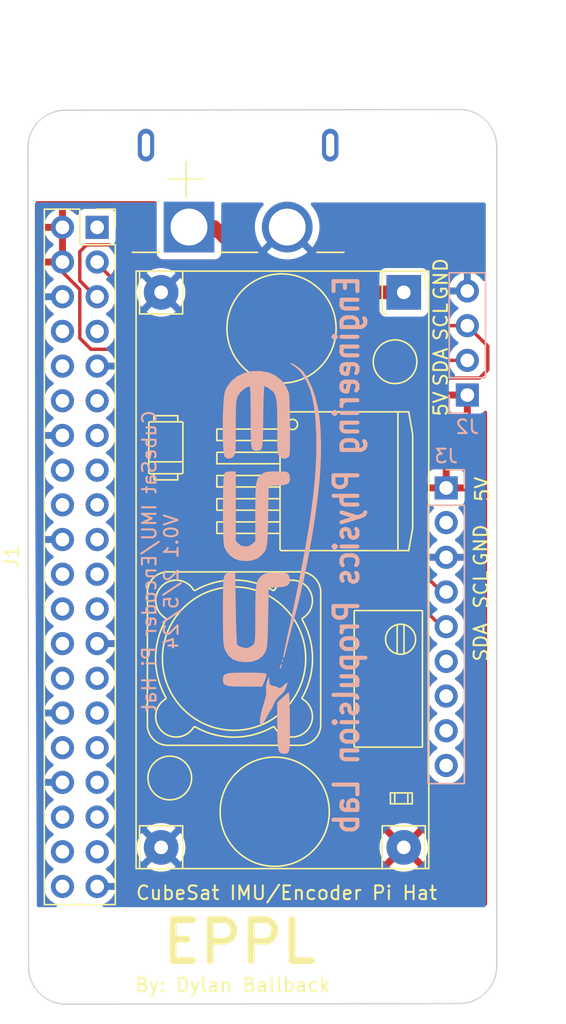
<source format=kicad_pcb>
(kicad_pcb (version 20211014) (generator pcbnew)
  (layers (0 "F.Cu" signal) (31 "B.Cu" signal) (34 "B.Paste" user) (35 "F.Paste" user) (36 "B.SilkS" user "B.Silkscreen") (37 "F.SilkS" user "F.Silkscreen") (38 "B.Mask" user) (39 "F.Mask" user) (44 "Edge.Cuts" user))
  (net 0 "")
  (net 2 "/SDA")
  (net 3 "/SCL")
  (net 4 "GND")
  (net 32 "+BATT")
  (net 33 "+5V")
  (footprint "dylan:AMASS_XT60PW-M" (layer "F.Cu") (at 100.75 64.6)
    (fp_text reference "J4" hide)
    (fp_text value "XT60PW-M" hide)
    (fp_line (start -7.75 7.85) (end -5.778 7.85) (layer "F.SilkS") (width 0.127))
    (fp_line (start -1.422 7.85) (end 1.422 7.85) (layer "F.SilkS") (width 0.127))
    (fp_line (start -2.54 2.5) (end -3.81 2.5) (layer "F.SilkS") (width 0.127))
    (fp_line (start 7.75 7.85) (end 5.778 7.85) (layer "F.SilkS") (width 0.127))
    (fp_line (start -5.08 2.5) (end -3.81 2.5) (layer "F.SilkS") (width 0.127))
    (fp_line (start -3.81 2.5) (end -3.81 1.23) (layer "F.SilkS") (width 0.127))
    (fp_line (start -3.81 2.5) (end -3.81 3.77) (layer "F.SilkS") (width 0.127))
    (pad "1" thru_hole rect (at -3.6 6) (size 3.716 3.716) (drill 2.7) (layers *.Cu *.Mask) (net 32 "+BATT"))
    (pad "2" thru_hole circle (at 3.6 6) (size 3.716 3.716) (drill 2.7) (layers *.Cu *.Mask) (net 4 "GND"))
    (pad "S1" thru_hole oval (at -6.75 0) (size 1.2 2.4) (drill oval 0.6 1.7) (layers *.Cu *.Mask))
    (pad "S2" thru_hole oval (at 6.75 0) (size 1.2 2.4) (drill oval 0.6 1.7) (layers *.Cu *.Mask))
  )
  (footprint "dylan:DCDC_StepDown_LM2596" (layer "F.Cu") (at 112.89 75.38 -90)
    (fp_text reference "U1" hide)
    (fp_text value "YAAJ_DCDC_StepDown_LM2596")
    (fp_line (start 8.750233 -0.36239) (end 10.400233 -0.653329) (layer "F.SilkS") (width 0.12))
    (fp_line (start 24.348594 0.007294) (end 24.360553 -0.017705) (layer "F.SilkS") (width 0.12))
    (fp_line (start -1.55 19.36) (end 1.58 19.36) (layer "F.SilkS") (width 0.12))
    (fp_line (start 26.439014 -0.017705) (end 24.360553 -0.017705) (layer "F.SilkS") (width 0.12))
    (fp_line (start 17.260233 -0.653329) (end 18.910233 -0.36239) (layer "F.SilkS") (width 0.12))
    (fp_line (start 10.400233 -0.653329) (end 17.260233 -0.653329) (layer "F.SilkS") (width 0.12))
    (fp_line (start 24.336385 -0.0491) (end 24.360553 -0.017705) (layer "F.SilkS") (width 0.12))
    (fp_line (start 8.749233 1.004149) (end 8.749233 1.165687) (layer "F.SilkS") (width 0.12))
    (fp_line (start 37.448681 -0.619704) (end 36.648681 -0.619704) (layer "F.SilkS") (width 0.12))
    (fp_line (start 23.299783 3.582294) (end 23.299783 -1.317705) (layer "F.SilkS") (width 0.12))
    (fp_line (start 39.06 19.36) (end 39.06 16.2) (layer "F.SilkS") (width 0.12))
    (fp_line (start 24.348594 0.007294) (end 24.324147 0.002062) (layer "F.SilkS") (width 0.12))
    (fp_line (start 18.910233 0.42667) (end 8.750233 0.42667) (layer "F.SilkS") (width 0.12))
    (fp_line (start 13.410233 13.69667) (end 14.250233 13.69667) (layer "F.SilkS") (width 0.12))
    (fp_line (start 13.282636 16.794696) (end 13.282636 16.700144) (layer "F.SilkS") (width 0.12))
    (fp_line (start 20.467397 7.585796) (end 20.467397 17.285796) (layer "F.SilkS") (width 0.12))
    (fp_line (start 10.850233 13.69667) (end 10.850233 9.06667) (layer "F.SilkS") (width 0.12))
    (fp_line (start -1.555 -1.835) (end -1.555 19.615) (layer "F.SilkS") (width 0.12))
    (fp_line (start 39.06 -1.58) (end 42.175 -1.58) (layer "F.SilkS") (width 0.12))
    (fp_line (start 13.281636 16.283217) (end 13.281636 18.583217) (layer "F.SilkS") (width 0.12))
    (fp_line (start 42.195 -1.835) (end -1.555 -1.835) (layer "F.SilkS") (width 0.12))
    (fp_line (start 39.06 16.2) (end 42.175 16.2) (layer "F.SilkS") (width 0.12))
    (fp_line (start 37.448681 0.660295) (end 36.648681 0.660295) (layer "F.SilkS") (width 0.12))
    (fp_line (start 31.858978 -1.368705) (end 31.814106 -1.368705) (layer "F.SilkS") (width 0.12))
    (fp_line (start 17.650233 13.69667) (end 17.650233 9.06667) (layer "F.SilkS") (width 0.12))
    (fp_line (start 13.731636 18.308217) (end 13.281636 18.308217) (layer "F.SilkS") (width 0.12))
    (fp_line (start -1.55 -1.58) (end -0.25 -1.58) (layer "F.SilkS") (width 0.12))
    (fp_line (start 11.710233 13.69667) (end 12.550233 13.69667) (layer "F.SilkS") (width 0.12))
    (fp_line (start 11.710233 13.69667) (end 11.710233 9.06667) (layer "F.SilkS") (width 0.12))
    (fp_line (start 8.750233 8.989106) (end 8.750233 -0.36239) (layer "F.SilkS") (width 0.12))
    (fp_line (start 33.299783 -1.317705) (end 33.299783 3.582294) (layer "F.SilkS") (width 0.12))
    (fp_line (start 8.827797 9.06667) (end 18.83267 9.06667) (layer "F.SilkS") (width 0.12))
    (fp_line (start 15.110233 13.69667) (end 15.110233 9.06667) (layer "F.SilkS") (width 0.12))
    (fp_line (start 13.731636 16.558217) (end 13.731636 18.308217) (layer "F.SilkS") (width 0.12))
    (fp_line (start 31.667397 6.085796) (end 21.967397 6.085796) (layer "F.SilkS") (width 0.12))
    (fp_line (start 8.750233 8.989106) (end 8.827797 9.06667) (layer "F.SilkS") (width 0.12))
    (fp_line (start 16.810233 13.69667) (end 17.650233 13.69667) (layer "F.SilkS") (width 0.12))
    (fp_line (start 10.010233 13.69667) (end 10.850233 13.69667) (layer "F.SilkS") (width 0.12))
    (fp_line (start 15.950233 13.69667) (end 15.950233 9.06667) (layer "F.SilkS") (width 0.12))
    (fp_line (start 37.448681 -0.619704) (end 37.448681 0.980295) (layer "F.SilkS") (width 0.12))
    (fp_line (start 36.648681 0.980295) (end 36.648681 -0.619704) (layer "F.SilkS") (width 0.12))
    (fp_line (start -1.55 1.575) (end 1.58 1.58) (layer "F.SilkS") (width 0.12))
    (fp_line (start 1.58 16.2) (end 1.58 19.36) (layer "F.SilkS") (width 0.12))
    (fp_line (start 13.410233 13.69667) (end 13.410233 9.06667) (layer "F.SilkS") (width 0.12))
    (fp_line (start 39.06 1.58) (end 39.06 -1.58) (layer "F.SilkS") (width 0.12))
    (fp_line (start 1.58 1.27) (end 1.58 1.58) (layer "F.SilkS") (width 0.12))
    (fp_line (start 24.360553 0.482294) (end 26.439014 0.482294) (layer "F.SilkS") (width 0.12))
    (fp_line (start 23.349783 -1.367705) (end 33.249783 -1.367705) (layer "F.SilkS") (width 0.12))
    (fp_line (start 9.581636 16.183217) (end 13.181636 16.183217) (layer "F.SilkS") (width 0.12))
    (fp_line (start -1.55 16.2) (end 1.58 16.2) (layer "F.SilkS") (width 0.12))
    (fp_line (start 13.281636 16.558217) (end 13.731636 16.558217) (layer "F.SilkS") (width 0.12))
    (fp_line (start 12.550233 13.69667) (end 12.550233 9.06667) (layer "F.SilkS") (width 0.12))
    (fp_line (start 9.031636 16.558217) (end 9.481636 16.558217) (layer "F.SilkS") (width 0.12))
    (fp_line (start 39.06 19.36) (end 42.175 19.36) (layer "F.SilkS") (width 0.12))
    (fp_line (start 33.167397 17.285796) (end 33.167397 7.585796) (layer "F.SilkS") (width 0.12))
    (fp_line (start 31.942312 -1.368705) (end 31.908357 -1.368705) (layer "F.SilkS") (width 0.12))
    (fp_line (start 33.249783 3.632294) (end 23.349783 3.632294) (layer "F.SilkS") (width 0.12))
    (fp_line (start 9.031636 18.308217) (end 9.031636 16.558217) (layer "F.SilkS") (width 0.12))
    (fp_line (start -1.555 19.615) (end 42.195 19.615) (layer "F.SilkS") (width 0.12))
    (fp_line (start 39.06 1.58) (end 42.22 1.58) (layer "F.SilkS") (width 0.12))
    (fp_line (start 21.967397 18.785796) (end 31.667397 18.785796) (layer "F.SilkS") (width 0.12))
    (fp_line (start 13.181636 18.683217) (end 9.581636 18.683217) (layer "F.SilkS") (width 0.12))
    (fp_line (start 15.110233 13.69667) (end 15.950233 13.69667) (layer "F.SilkS") (width 0.12))
    (fp_line (start 24.348594 0.007294) (end 24.355764 -0.023925) (layer "F.SilkS") (width 0.12))
    (fp_line (start 18.910233 8.989106) (end 18.910233 -0.36239) (layer "F.SilkS") (width 0.12))
    (fp_line (start 12.411358 16.283217) (end 12.411358 18.583217) (layer "F.SilkS") (width 0.12))
    (fp_line (start 42.195 19.615) (end 42.195 -1.835) (layer "F.SilkS") (width 0.12))
    (fp_line (start 9.481636 18.308217) (end 9.031636 18.308217) (layer "F.SilkS") (width 0.12))
    (fp_line (start 9.481636 18.583217) (end 9.481636 16.283217) (layer "F.SilkS") (width 0.12))
    (fp_line (start 16.810233 13.69667) (end 16.810233 9.06667) (layer "F.SilkS") (width 0.12))
    (fp_line (start 10.010233 13.69667) (end 10.010233 9.06667) (layer "F.SilkS") (width 0.12))
    (fp_line (start 14.250233 13.69667) (end 14.250233 9.06667) (layer "F.SilkS") (width 0.12))
    (fp_line (start 36.648681 -0.299704) (end 37.448681 -0.299704) (layer "F.SilkS") (width 0.12))
    (fp_line (start 18.83267 9.06667) (end 18.910233 8.989106) (layer "F.SilkS") (width 0.12))
    (fp_line (start 37.448681 0.980295) (end 36.648681 0.980295) (layer "F.SilkS") (width 0.12))
    (fp_arc (start 33.167397 17.285796) (mid 32.728057 18.346456) (end 31.667397 18.785796) (layer "F.SilkS") (width 0.12))
    (fp_arc (start 31.853663 15.405583) (mid 31.809649 15.345348) (end 31.819576 15.27141) (layer "F.SilkS") (width 0.12))
    (fp_arc (start 23.981783 7.433617) (mid 23.907845 7.443544) (end 23.847611 7.399531) (layer "F.SilkS") (width 0.12))
    (fp_arc (start 33.249783 -1.367705) (mid 33.285138 -1.35306) (end 33.299783 -1.317705) (layer "F.SilkS") (width 0.12))
    (fp_arc (start 21.815218 15.27141) (mid 21.067397 12.435796) (end 21.815218 9.600183) (layer "F.SilkS") (width 0.12))
    (fp_arc (start 31.667397 6.085796) (mid 32.728057 6.525136) (end 33.167397 7.585796) (layer "F.SilkS") (width 0.12))
    (fp_arc (start 21.967397 18.785796) (mid 20.906737 18.346456) (end 20.467397 17.285796) (layer "F.SilkS") (width 0.12))
    (fp_arc (start 29.787183 7.399531) (mid 29.726949 7.443544) (end 29.653011 7.433617) (layer "F.SilkS") (width 0.12))
    (fp_arc (start 23.981784 7.433617) (mid 26.817397 6.685796) (end 29.653011 7.433617) (layer "F.SilkS") (width 0.12))
    (fp_arc (start 9.581636 18.683217) (mid 9.510925 18.653928) (end 9.481636 18.583217) (layer "F.SilkS") (width 0.12))
    (fp_arc (start 23.847611 17.472062) (mid 21.514095 17.739097) (end 21.781132 15.405582) (layer "F.SilkS") (width 0.12))
    (fp_arc (start 23.349783 3.632294) (mid 23.314428 3.617649) (end 23.299783 3.582294) (layer "F.SilkS") (width 0.12))
    (fp_arc (start 9.481636 16.283217) (mid 9.510925 16.212506) (end 9.581636 16.183217) (layer "F.SilkS") (width 0.12))
    (fp_arc (start 20.467397 7.585796) (mid 20.906737 6.525136) (end 21.967397 6.085796) (layer "F.SilkS") (width 0.12))
    (fp_arc (start 31.853662 15.405582) (mid 32.120698 17.739097) (end 29.787183 17.472062) (layer "F.SilkS") (width 0.12))
    (fp_arc (start 33.299783 3.582294) (mid 33.285138 3.617649) (end 33.249783 3.632294) (layer "F.SilkS") (width 0.12))
    (fp_arc (start 31.819576 9.600183) (mid 32.567397 12.435796) (end 31.819576 15.27141) (layer "F.SilkS") (width 0.12))
    (fp_arc (start 13.181636 16.183217) (mid 13.252347 16.212506) (end 13.281636 16.283217) (layer "F.SilkS") (width 0.12))
    (fp_arc (start 24.324148 0.462527) (mid 26.469605 -0.023594) (end 24.336385 0.51369) (layer "F.SilkS") (width 0.12))
    (fp_arc (start 23.847611 17.472062) (mid 23.907845 17.428049) (end 23.981783 17.437976) (layer "F.SilkS") (width 0.12))
    (fp_arc (start 21.781131 9.46601) (mid 21.825145 9.526245) (end 21.815218 9.600183) (layer "F.SilkS") (width 0.12))
    (fp_arc (start 29.653011 17.437976) (mid 26.817397 18.185797) (end 23.981783 17.437976) (layer "F.SilkS") (width 0.12))
    (fp_arc (start 23.299783 -1.317705) (mid 23.314428 -1.35306) (end 23.349783 -1.367705) (layer "F.SilkS") (width 0.12))
    (fp_arc (start 21.781132 9.466011) (mid 21.514096 7.132496) (end 23.847611 7.399531) (layer "F.SilkS") (width 0.12))
    (fp_arc (start 29.653011 17.437976) (mid 29.726949 17.428049) (end 29.787183 17.472062) (layer "F.SilkS") (width 0.12))
    (fp_arc (start 31.819577 9.600184) (mid 31.809649 9.526246) (end 31.853662 9.466011) (layer "F.SilkS") (width 0.12))
    (fp_arc (start 21.815217 15.271409) (mid 21.825145 15.345347) (end 21.781132 15.405582) (layer "F.SilkS") (width 0.12))
    (fp_arc (start 29.787183 7.399531) (mid 32.120699 7.132496) (end 31.853662 9.466011) (layer "F.SilkS") (width 0.12))
    (fp_arc (start 13.281636 18.583217) (mid 13.252347 18.653928) (end 13.181636 18.683217) (layer "F.SilkS") (width 0.12))
    (fp_circle (center 9.673179 8.154594) (end 10.048179 8.154594) (layer "F.SilkS") (width 0.12) (fill none))
    (fp_circle (center 26.817397 12.435796) (end 32.067397 12.435796) (layer "F.SilkS") (width 0.12) (fill none))
    (fp_circle (center 5.08 0.635) (end 6.678999 0.635) (layer "F.SilkS") (width 0.12) (fill none))
    (fp_circle (center 2.646666 8.957418) (end 6.646666 8.957418) (layer "F.SilkS") (width 0.12) (fill none))
    (fp_circle (center 38.029307 9.455206) (end 42.029307 9.455206) (layer "F.SilkS") (width 0.12) (fill none))
    (fp_circle (center 35.56 17.145) (end 37.159 17.145) (layer "F.SilkS") (width 0.12) (fill none))
    (pad "1" thru_hole rect locked (at 0 0 270) (size 2.54 2.54) (drill 1) (layers *.Cu *.Mask) (net 32 "+BATT"))
    (pad "2" thru_hole circle locked (at 0 17.78 270) (size 2.54 2.54) (drill 1) (layers *.Cu *.Mask) (net 4 "GND"))
    (pad "3" thru_hole circle locked (at 40.64 17.78 270) (size 2.54 2.54) (drill 1) (layers *.Cu *.Mask) (net 4 "GND"))
    (pad "4" thru_hole circle locked (at 40.64 0 270) (size 2.54 2.54) (drill 1) (layers *.Cu *.Mask) (net 33 "+5V"))
  )
  (footprint "Module:Raspberry_Pi_Zero_Socketed_THT_FaceDown_MountingHoles" (layer "F.Cu") (at 90.42 70.62)
    (fp_text reference "J1" (at -6.27 24.13 90) (layer "F.SilkS"))
    (fp_text value "Raspberry_Pi_2_3")
    (fp_line (start -1.27 1.27) (end 1.33 1.27) (layer "F.SilkS") (width 0.12))
    (fp_line (start -1.27 -1.33) (end -1.27 1.27) (layer "F.SilkS") (width 0.12))
    (fp_line (start 1.33 1.27) (end 1.33 49.59) (layer "F.SilkS") (width 0.12))
    (fp_line (start -3.87 -1.33) (end -3.87 49.59) (layer "F.SilkS") (width 0.12))
    (fp_line (start 0 -1.33) (end 1.33 -1.33) (layer "F.SilkS") (width 0.12))
    (fp_line (start -3.87 -1.33) (end -1.27 -1.33) (layer "F.SilkS") (width 0.12))
    (fp_line (start -3.87 49.59) (end 1.33 49.59) (layer "F.SilkS") (width 0.12))
    (fp_line (start 1.33 -1.33) (end 1.33 0) (layer "F.SilkS") (width 0.12))
    (pad "" np_thru_hole circle (at 21.73 53.13 90) (size 2.75 2.75) (drill 2.75) (layers *.Cu *.Mask))
    (pad "" np_thru_hole circle (at -1.27 53.13 90) (size 2.75 2.75) (drill 2.75) (layers *.Cu *.Mask))
    (pad "" np_thru_hole circle (at 21.73 -4.87 90) (size 2.75 2.75) (drill 2.75) (layers *.Cu *.Mask))
    (pad "" np_thru_hole circle (at -1.27 -4.87 90) (size 2.75 2.75) (drill 2.75) (layers *.Cu *.Mask))
    (pad "1" thru_hole rect (at 0 0) (size 1.7 1.7) (drill 1) (layers *.Cu *.Mask))
    (pad "2" thru_hole oval (at -2.54 0) (size 1.7 1.7) (drill 1) (layers *.Cu *.Mask) (net 33 "+5V"))
    (pad "3" thru_hole oval (at 0 2.54) (size 1.7 1.7) (drill 1) (layers *.Cu *.Mask) (net 2 "/SDA"))
    (pad "4" thru_hole oval (at -2.54 2.54) (size 1.7 1.7) (drill 1) (layers *.Cu *.Mask) (net 33 "+5V"))
    (pad "5" thru_hole oval (at 0 5.08) (size 1.7 1.7) (drill 1) (layers *.Cu *.Mask) (net 3 "/SCL"))
    (pad "6" thru_hole oval (at -2.54 5.08) (size 1.7 1.7) (drill 1) (layers *.Cu *.Mask) (net 4 "GND"))
    (pad "7" thru_hole oval (at 0 7.62) (size 1.7 1.7) (drill 1) (layers *.Cu *.Mask))
    (pad "8" thru_hole oval (at -2.54 7.62) (size 1.7 1.7) (drill 1) (layers *.Cu *.Mask))
    (pad "9" thru_hole oval (at 0 10.16) (size 1.7 1.7) (drill 1) (layers *.Cu *.Mask) (net 4 "GND"))
    (pad "10" thru_hole oval (at -2.54 10.16) (size 1.7 1.7) (drill 1) (layers *.Cu *.Mask))
    (pad "11" thru_hole oval (at 0 12.7) (size 1.7 1.7) (drill 1) (layers *.Cu *.Mask))
    (pad "12" thru_hole oval (at -2.54 12.7) (size 1.7 1.7) (drill 1) (layers *.Cu *.Mask))
    (pad "13" thru_hole oval (at 0 15.24) (size 1.7 1.7) (drill 1) (layers *.Cu *.Mask))
    (pad "14" thru_hole oval (at -2.54 15.24) (size 1.7 1.7) (drill 1) (layers *.Cu *.Mask) (net 4 "GND"))
    (pad "15" thru_hole oval (at 0 17.78) (size 1.7 1.7) (drill 1) (layers *.Cu *.Mask))
    (pad "16" thru_hole oval (at -2.54 17.78) (size 1.7 1.7) (drill 1) (layers *.Cu *.Mask))
    (pad "17" thru_hole oval (at 0 20.32) (size 1.7 1.7) (drill 1) (layers *.Cu *.Mask))
    (pad "18" thru_hole oval (at -2.54 20.32) (size 1.7 1.7) (drill 1) (layers *.Cu *.Mask))
    (pad "19" thru_hole oval (at 0 22.86) (size 1.7 1.7) (drill 1) (layers *.Cu *.Mask))
    (pad "20" thru_hole oval (at -2.54 22.86) (size 1.7 1.7) (drill 1) (layers *.Cu *.Mask) (net 4 "GND"))
    (pad "21" thru_hole oval (at 0 25.4) (size 1.7 1.7) (drill 1) (layers *.Cu *.Mask))
    (pad "22" thru_hole oval (at -2.54 25.4) (size 1.7 1.7) (drill 1) (layers *.Cu *.Mask))
    (pad "23" thru_hole oval (at 0 27.94) (size 1.7 1.7) (drill 1) (layers *.Cu *.Mask))
    (pad "24" thru_hole oval (at -2.54 27.94) (size 1.7 1.7) (drill 1) (layers *.Cu *.Mask))
    (pad "25" thru_hole oval (at 0 30.48) (size 1.7 1.7) (drill 1) (layers *.Cu *.Mask) (net 4 "GND"))
    (pad "26" thru_hole oval (at -2.54 30.48) (size 1.7 1.7) (drill 1) (layers *.Cu *.Mask))
    (pad "27" thru_hole oval (at 0 33.02) (size 1.7 1.7) (drill 1) (layers *.Cu *.Mask))
    (pad "28" thru_hole oval (at -2.54 33.02) (size 1.7 1.7) (drill 1) (layers *.Cu *.Mask))
    (pad "29" thru_hole oval (at 0 35.56) (size 1.7 1.7) (drill 1) (layers *.Cu *.Mask))
    (pad "30" thru_hole oval (at -2.54 35.56) (size 1.7 1.7) (drill 1) (layers *.Cu *.Mask) (net 4 "GND"))
    (pad "31" thru_hole oval (at 0 38.1) (size 1.7 1.7) (drill 1) (layers *.Cu *.Mask))
    (pad "32" thru_hole oval (at -2.54 38.1) (size 1.7 1.7) (drill 1) (layers *.Cu *.Mask))
    (pad "33" thru_hole oval (at 0 40.64) (size 1.7 1.7) (drill 1) (layers *.Cu *.Mask))
    (pad "34" thru_hole oval (at -2.54 40.64) (size 1.7 1.7) (drill 1) (layers *.Cu *.Mask) (net 4 "GND"))
    (pad "35" thru_hole oval (at 0 43.18) (size 1.7 1.7) (drill 1) (layers *.Cu *.Mask))
    (pad "36" thru_hole oval (at -2.54 43.18) (size 1.7 1.7) (drill 1) (layers *.Cu *.Mask))
    (pad "37" thru_hole oval (at 0 45.72) (size 1.7 1.7) (drill 1) (layers *.Cu *.Mask))
    (pad "38" thru_hole oval (at -2.54 45.72) (size 1.7 1.7) (drill 1) (layers *.Cu *.Mask))
    (pad "39" thru_hole oval (at 0 48.26) (size 1.7 1.7) (drill 1) (layers *.Cu *.Mask) (net 4 "GND"))
    (pad "40" thru_hole oval (at -2.54 48.26) (size 1.7 1.7) (drill 1) (layers *.Cu *.Mask))
  )
  (footprint "Connector_PinHeader_2.54mm:PinHeader_1x04_P2.54mm_Vertical" (layer "B.Cu") (at 117.55 82.9)
    (fp_text reference "J2" (at 0 2.33) (layer "B.SilkS") (effects (justify mirror)))
    (fp_text value "Encoder Connector")
    (fp_line (start -1.33 -1.27) (end -1.33 -8.95) (layer "B.SilkS") (width 0.12))
    (fp_line (start -1.33 -1.27) (end 1.33 -1.27) (layer "B.SilkS") (width 0.12))
    (fp_line (start -1.33 1.33) (end 0 1.33) (layer "B.SilkS") (width 0.12))
    (fp_line (start -1.33 0) (end -1.33 1.33) (layer "B.SilkS") (width 0.12))
    (fp_line (start 1.33 -1.27) (end 1.33 -8.95) (layer "B.SilkS") (width 0.12))
    (fp_line (start -1.33 -8.95) (end 1.33 -8.95) (layer "B.SilkS") (width 0.12))
    (pad "1" thru_hole rect (at 0 0) (size 1.7 1.7) (drill 1) (layers *.Cu *.Mask) (net 33 "+5V"))
    (pad "2" thru_hole oval (at 0 -2.54) (size 1.7 1.7) (drill 1) (layers *.Cu *.Mask) (net 2 "/SDA"))
    (pad "3" thru_hole oval (at 0 -5.08) (size 1.7 1.7) (drill 1) (layers *.Cu *.Mask) (net 3 "/SCL"))
    (pad "4" thru_hole oval (at 0 -7.62) (size 1.7 1.7) (drill 1) (layers *.Cu *.Mask) (net 4 "GND"))
  )
  (footprint "Connector_PinHeader_2.54mm:PinHeader_1x09_P2.54mm_Vertical" (layer "B.Cu") (at 116 89.7 180)
    (fp_text reference "J3" (at 0 2.33) (layer "B.SilkS") (effects (justify mirror)))
    (fp_text value "LSM9DS1")
    (fp_line (start -1.33 -21.65) (end 1.33 -21.65) (layer "B.SilkS") (width 0.12))
    (fp_line (start -1.33 -1.27) (end 1.33 -1.27) (layer "B.SilkS") (width 0.12))
    (fp_line (start 1.33 -1.27) (end 1.33 -21.65) (layer "B.SilkS") (width 0.12))
    (fp_line (start -1.33 0) (end -1.33 1.33) (layer "B.SilkS") (width 0.12))
    (fp_line (start -1.33 -1.27) (end -1.33 -21.65) (layer "B.SilkS") (width 0.12))
    (fp_line (start -1.33 1.33) (end 0 1.33) (layer "B.SilkS") (width 0.12))
    (pad "1" thru_hole rect (at 0 0 180) (size 1.7 1.7) (drill 1) (layers *.Cu *.Mask) (net 33 "+5V"))
    (pad "2" thru_hole oval (at 0 -2.54 180) (size 1.7 1.7) (drill 1) (layers *.Cu *.Mask))
    (pad "3" thru_hole oval (at 0 -5.08 180) (size 1.7 1.7) (drill 1) (layers *.Cu *.Mask) (net 4 "GND"))
    (pad "4" thru_hole oval (at 0 -7.62 180) (size 1.7 1.7) (drill 1) (layers *.Cu *.Mask) (net 3 "/SCL"))
    (pad "5" thru_hole oval (at 0 -10.16 180) (size 1.7 1.7) (drill 1) (layers *.Cu *.Mask) (net 2 "/SDA"))
    (pad "6" thru_hole oval (at 0 -12.7 180) (size 1.7 1.7) (drill 1) (layers *.Cu *.Mask))
    (pad "7" thru_hole oval (at 0 -15.24 180) (size 1.7 1.7) (drill 1) (layers *.Cu *.Mask))
    (pad "8" thru_hole oval (at 0 -17.78 180) (size 1.7 1.7) (drill 1) (layers *.Cu *.Mask))
    (pad "9" thru_hole oval (at 0 -20.32 180) (size 1.7 1.7) (drill 1) (layers *.Cu *.Mask))
  )
  (footprint "dylan:eppl_logo2" (layer "B.Cu") (at 103.2 95.1 -90)
    (fp_text reference "G***" hide)
    (fp_text value "LOGO" hide)
    (fp_poly (pts (xy 8.814921 3.543634) (xy 8.946347 3.49164) (xy 9.037504 3.377676) (xy 9.095613 3.179399) (xy 9.1279 2.874466) (xy 9.141588 2.440535) (xy 9.144 1.984756) (xy 9.144 0.679606) (xy 8.861459 0.561553) (xy 8.547625 0.436573) (xy 8.352989 0.380045) (xy 8.243939 0.387455) (xy 8.186866 0.454287) (xy 8.18036 0.470069) (xy 8.16241 0.598556) (xy 8.147112 0.863907) (xy 8.135617 1.233658) (xy 8.129073 1.675347) (xy 8.128 1.948211) (xy 8.131745 2.508655) (xy 8.14764 2.921969) (xy 8.182675 3.210278) (xy 8.243841 3.395704) (xy 8.338129 3.500374) (xy 8.472528 3.546411) (xy 8.636 3.556) (xy 8.814921 3.543634)) (layer "B.SilkS") (width 0.01) (fill solid))
    (fp_poly (pts (xy 12.639017 -0.426495) (xy 13.135306 -0.439095) (xy 13.501171 -0.465803) (xy 13.756031 -0.511291) (xy 13.919307 -0.580229) (xy 14.01042 -0.677288) (xy 14.04879 -0.807138) (xy 14.054667 -0.9192) (xy 14.048947 -1.053853) (xy 14.018757 -1.157373) (xy 13.944551 -1.233671) (xy 13.806784 -1.286659) (xy 13.585908 -1.32025) (xy 13.26238 -1.338355) (xy 12.816652 -1.344886) (xy 12.22918 -1.343754) (xy 11.942234 -1.34198) (xy 11.376758 -1.336759) (xy 10.856643 -1.329204) (xy 10.409796 -1.319941) (xy 10.064124 -1.309593) (xy 9.847537 -1.298786) (xy 9.800167 -1.294023) (xy 9.631539 -1.26213) (xy 9.567334 -1.238418) (xy 9.620256 -1.171142) (xy 9.7585 -1.015353) (xy 9.937387 -0.820708) (xy 10.30744 -0.423333) (xy 11.992881 -0.423333) (xy 12.639017 -0.426495)) (layer "B.SilkS") (width 0.01) (fill solid))
    (fp_poly (pts (xy -3.43942 3.555109) (xy -2.858108 3.550614) (xy -2.317315 3.541829) (xy -1.843268 3.528731) (xy -1.462193 3.511296) (xy -1.200314 3.489502) (xy -1.106481 3.473001) (xy -0.778815 3.312441) (xy -0.464314 3.047574) (xy -0.228987 2.734974) (xy -0.215423 2.709334) (xy -0.081547 2.308792) (xy -0.043418 1.86076) (xy -0.096638 1.419642) (xy -0.236811 1.039843) (xy -0.364928 0.85959) (xy -0.518213 0.697086) (xy -0.654618 0.569199) (xy -0.796283 0.471363) (xy -0.965352 0.399013) (xy -1.183965 0.347583) (xy -1.474265 0.312508) (xy -1.858393 0.289223) (xy -2.358492 0.273162) (xy -2.996702 0.25976) (xy -3.302 0.254) (xy -5.545666 0.211667) (xy -5.588 -0.490145) (xy -5.622362 -0.883944) (xy -5.679781 -1.137645) (xy -5.777454 -1.280381) (xy -5.932576 -1.341286) (xy -6.096 -1.350795) (xy -6.324047 -1.315331) (xy -6.455833 -1.263218) (xy -6.526456 -1.196942) (xy -6.570872 -1.075316) (xy -6.59467 -0.864585) (xy -6.603443 -0.530994) (xy -6.604 -0.368696) (xy -6.598614 0.028993) (xy -6.577508 0.300944) (xy -6.533261 0.490552) (xy -6.458452 0.641208) (xy -6.42208 0.69501) (xy -6.310223 0.837188) (xy -6.186598 0.949018) (xy -6.030422 1.034108) (xy -5.820913 1.096065) (xy -5.537286 1.138496) (xy -5.15876 1.16501) (xy -4.664551 1.179212) (xy -4.033877 1.184711) (xy -3.597204 1.185334) (xy -1.516303 1.185334) (xy -1.308485 1.393152) (xy -1.134914 1.667802) (xy -1.100666 1.905001) (xy -1.169759 2.228021) (xy -1.308485 2.416849) (xy -1.516303 2.624667) (xy -6.604 2.624667) (xy -6.604 3.002688) (xy -6.582569 3.269728) (xy -6.506905 3.42007) (xy -6.440233 3.468355) (xy -6.309592 3.493254) (xy -6.035893 3.514023) (xy -5.645362 3.530639) (xy -5.164224 3.543078) (xy -4.618703 3.551318) (xy -4.035027 3.555336) (xy -3.43942 3.555109)) (layer "B.SilkS") (width 0.01) (fill solid))
    (fp_poly (pts (xy 4.341266 3.555302) (xy 4.914344 3.552367) (xy 5.360348 3.545941) (xy 5.700406 3.534765) (xy 5.955648 3.517585) (xy 6.147202 3.493142) (xy 6.296196 3.460182) (xy 6.423759 3.417446) (xy 6.503638 3.384502) (xy 6.887783 3.152647) (xy 7.149571 2.832037) (xy 7.301767 2.402019) (xy 7.350569 2.014536) (xy 7.325106 1.446259) (xy 7.17313 0.989706) (xy 6.893883 0.643199) (xy 6.658577 0.484002) (xy 6.542425 0.426613) (xy 6.41923 0.381568) (xy 6.266549 0.346846) (xy 6.061935 0.320423) (xy 5.782946 0.300278) (xy 5.407136 0.284387) (xy 4.912061 0.270728) (xy 4.275278 0.257279) (xy 4.106334 0.254) (xy 1.905 0.211667) (xy 1.87974 -0.421189) (xy 1.840568 -0.850387) (xy 1.755785 -1.134766) (xy 1.613592 -1.29543) (xy 1.402184 -1.353483) (xy 1.357727 -1.354666) (xy 1.119599 -1.309044) (xy 0.968682 -1.23433) (xy 0.888779 -1.153746) (xy 0.839491 -1.029827) (xy 0.813839 -0.825072) (xy 0.804841 -0.501976) (xy 0.804334 -0.351446) (xy 0.810735 0.037867) (xy 0.835116 0.302497) (xy 0.88524 0.486785) (xy 0.968871 0.635073) (xy 0.979685 0.650051) (xy 1.102883 0.805403) (xy 1.232257 0.927477) (xy 1.389052 1.02026) (xy 1.59451 1.087739) (xy 1.869874 1.1339) (xy 2.236386 1.16273) (xy 2.715289 1.178216) (xy 3.327827 1.184345) (xy 3.831167 1.185202) (xy 4.482924 1.185952) (xy 4.986604 1.189158) (xy 5.363461 1.196391) (xy 5.634747 1.209222) (xy 5.821717 1.229224) (xy 5.945624 1.257968) (xy 6.027722 1.297025) (xy 6.089264 1.347967) (xy 6.093847 1.352514) (xy 6.24327 1.561504) (xy 6.315104 1.735157) (xy 6.318644 1.9698) (xy 6.249671 2.235777) (xy 6.133675 2.453409) (xy 6.063809 2.52065) (xy 5.958259 2.537383) (xy 5.704926 2.555171) (xy 5.32535 2.573178) (xy 4.841069 2.590566) (xy 4.273623 2.6065) (xy 3.644553 2.620141) (xy 3.386667 2.624667) (xy 0.804334 2.667) (xy 0.815308 2.99935) (xy 0.823077 3.151071) (xy 0.846722 3.272366) (xy 0.903396 3.366642) (xy 1.010255 3.437302) (xy 1.184453 3.487752) (xy 1.443144 3.521395) (xy 1.803482 3.541637) (xy 2.282622 3.551882) (xy 2.897718 3.555535) (xy 3.619987 3.556) (xy 4.341266 3.555302)) (layer "B.SilkS") (width 0.01) (fill solid))
    (fp_poly (pts (xy 7.00688 -0.882657) (xy 7.024561 -0.931472) (xy 7.020278 -0.931998) (xy 6.9173 -0.952959) (xy 6.67967 -1.009907) (xy 6.336407 -1.095407) (xy 5.916529 -1.202023) (xy 5.449057 -1.322321) (xy 4.96301 -1.448866) (xy 4.487406 -1.574223) (xy 4.051265 -1.690958) (xy 3.937 -1.721949) (xy 2.632226 -2.055579) (xy 1.233126 -2.374327) (xy -0.221333 -2.671288) (xy -1.692184 -2.939561) (xy -3.140461 -3.172241) (xy -4.527196 -3.362426) (xy -5.813423 -3.503212) (xy -6.392333 -3.551861) (xy -7.542986 -3.612444) (xy -8.670677 -3.624158) (xy -9.721699 -3.587137) (xy -10.287 -3.542202) (xy -11.147396 -3.419029) (xy -11.963341 -3.229516) (xy -12.706036 -2.98364) (xy -13.346678 -2.691377) (xy -13.856467 -2.362702) (xy -13.971217 -2.266065) (xy -14.131378 -2.09484) (xy -14.297104 -1.87696) (xy -14.439551 -1.656866) (xy -14.529876 -1.479001) (xy -14.540487 -1.388931) (xy -14.476836 -1.427398) (xy -14.367408 -1.573681) (xy -14.324696 -1.642845) (xy -14.149157 -1.871383) (xy -13.90445 -2.111449) (xy -13.785034 -2.207346) (xy -13.290755 -2.522161) (xy -12.737537 -2.775028) (xy -12.104169 -2.971203) (xy -11.369434 -3.11594) (xy -10.51212 -3.214495) (xy -9.511013 -3.272123) (xy -9.482666 -3.27313) (xy -8.614175 -3.289184) (xy -7.717132 -3.276085) (xy -6.779562 -3.232123) (xy -5.789488 -3.155588) (xy -4.734937 -3.044771) (xy -3.603932 -2.897962) (xy -2.384498 -2.71345) (xy -1.06466 -2.489528) (xy 0.367557 -2.224483) (xy 1.92413 -1.916608) (xy 3.617034 -1.564191) (xy 5.458243 -1.165525) (xy 5.786269 -1.093159) (xy 6.209602 -1.003508) (xy 6.571926 -0.934286) (xy 6.842307 -0.890829) (xy 6.989816 -0.87847) (xy 7.00688 -0.882657)) (layer "B.SilkS") (width 0.01) (fill solid))
    (fp_poly (pts (xy 11.950404 0.80449) (xy 11.933521 0.714279) (xy 11.932519 0.713062) (xy 11.79682 0.601455) (xy 11.567241 0.458124) (xy 11.392985 0.364744) (xy 11.131334 0.226219) (xy 10.919589 0.100994) (xy 10.837334 0.043094) (xy 10.675536 -0.054809) (xy 10.440104 -0.1586) (xy 10.393541 -0.175673) (xy 10.136754 -0.317523) (xy 9.881995 -0.537028) (xy 9.813871 -0.614621) (xy 9.624902 -0.826748) (xy 9.435563 -0.967014) (xy 9.181909 -1.075558) (xy 8.974667 -1.141432) (xy 8.859913 -1.169122) (xy 8.842587 -1.140141) (xy 8.93072 -1.030843) (xy 9.058355 -0.895045) (xy 9.229487 -0.697178) (xy 9.282023 -0.577732) (xy 9.240587 -0.515367) (xy 9.154051 -0.386207) (xy 9.115618 -0.201559) (xy 9.071715 0.021621) (xy 8.942228 0.135887) (xy 8.688415 0.174597) (xy 8.678334 0.174944) (xy 8.424334 0.183147) (xy 8.720167 0.311916) (xy 9.134925 0.403383) (xy 9.376345 0.391294) (xy 9.624699 0.38249) (xy 9.919236 0.427315) (xy 10.304514 0.53389) (xy 10.490001 0.594285) (xy 10.903989 0.717572) (xy 11.282244 0.802313) (xy 11.599545 0.846431) (xy 11.830672 0.847849) (xy 11.950404 0.80449)) (layer "B.SilkS") (width 0.01) (fill solid))
    (fp_poly (pts (xy -9.203977 3.566669) (xy -8.69612 3.551667) (xy -8.260449 3.527073) (xy -7.924614 3.492809) (xy -7.716266 3.448797) (xy -7.668381 3.422953) (xy -7.54706 3.200637) (xy -7.585021 2.958073) (xy -7.704666 2.794) (xy -7.767737 2.739855) (xy -7.84929 2.698644) (xy -7.971432 2.668612) (xy -8.156272 2.648002) (xy -8.425914 2.63506) (xy -8.802467 2.628029) (xy -9.308036 2.625154) (xy -9.836935 2.624667) (xy -10.472584 2.623575) (xy -10.963133 2.619115) (xy -11.332809 2.609514) (xy -11.605836 2.592999) (xy -11.806441 2.567794) (xy -11.95885 2.532127) (xy -12.087289 2.484223) (xy -12.149682 2.455326) (xy -12.356861 2.316198) (xy -12.557638 2.11952) (xy -12.721642 1.90553) (xy -12.818501 1.714467) (xy -12.817842 1.586567) (xy -12.81128 1.578836) (xy -12.715158 1.564122) (xy -12.472617 1.5509) (xy -12.106569 1.539725) (xy -11.639924 1.531149) (xy -11.095594 1.525727) (xy -10.543822 1.524) (xy -9.841705 1.523119) (xy -9.290658 1.518361) (xy -8.872418 1.506556) (xy -8.568724 1.484536) (xy -8.361314 1.44913) (xy -8.231925 1.397168) (xy -8.162296 1.32548) (xy -8.134164 1.230897) (xy -8.129268 1.110248) (xy -8.129296 1.1049) (xy -8.13212 0.969685) (xy -8.150909 0.863197) (xy -8.203861 0.781762) (xy -8.30917 0.721705) (xy -8.485032 0.679352) (xy -8.749642 0.651028) (xy -9.121197 0.633058) (xy -9.617891 0.621768) (xy -10.25792 0.613483) (xy -10.58015 0.609947) (xy -11.182891 0.601186) (xy -11.726203 0.589137) (xy -12.188288 0.574619) (xy -12.547346 0.558454) (xy -12.781579 0.541462) (xy -12.869187 0.524463) (xy -12.869333 0.523767) (xy -12.825596 0.421894) (xy -12.715738 0.238652) (xy -12.662837 0.158755) (xy -12.537436 -0.012264) (xy -12.4065 -0.146161) (xy -12.248393 -0.24745) (xy -12.041478 -0.320644) (xy -11.76412 -0.370254) (xy -11.394684 -0.400794) (xy -10.911533 -0.416776) (xy -10.293031 -0.422714) (xy -9.872038 -0.423333) (xy -9.237455 -0.424077) (xy -8.750324 -0.42745) (xy -8.388765 -0.435161) (xy -8.130899 -0.448919) (xy -7.954845 -0.470434) (xy -7.838725 -0.501415) (xy -7.760659 -0.543571) (xy -7.704666 -0.592666) (xy -7.555707 -0.818426) (xy -7.566014 -1.061636) (xy -7.622979 -1.190899) (xy -7.657514 -1.240798) (xy -7.714459 -1.279268) (xy -7.813848 -1.307681) (xy -7.975716 -1.327408) (xy -8.220097 -1.339822) (xy -8.567026 -1.346294) (xy -9.036537 -1.348198) (xy -9.648664 -1.346904) (xy -9.887812 -1.346) (xy -10.492076 -1.341274) (xy -11.052026 -1.332518) (xy -11.541698 -1.320484) (xy -11.935128 -1.305926) (xy -12.206352 -1.289595) (xy -12.319 -1.275497) (xy -12.826503 -1.069119) (xy -13.273587 -0.72796) (xy -13.626802 -0.284414) (xy -13.844907 0.202169) (xy -13.962355 0.838329) (xy -13.944246 1.459177) (xy -13.801198 2.040172) (xy -13.543827 2.556774) (xy -13.182747 2.984442) (xy -12.728574 3.298637) (xy -12.457444 3.409573) (xy -12.218528 3.459557) (xy -11.858238 3.50049) (xy -11.404225 3.532293) (xy -10.884142 3.554889) (xy -10.325638 3.568202) (xy -9.756366 3.572155) (xy -9.203977 3.566669)) (layer "B.SilkS") (width 0.01) (fill solid))
    (fp_poly (pts (xy 7.34307 -0.795513) (xy 7.317819 -0.833995) (xy 7.231945 -0.839982) (xy 7.141602 -0.819305) (xy 7.180792 -0.788829) (xy 7.313116 -0.778736) (xy 7.34307 -0.795513)) (layer "B.SilkS") (width 0.01) (fill solid))
    (fp_poly (pts (xy 7.823579 -0.653284) (xy 7.789334 -0.677333) (xy 7.608592 -0.747533) (xy 7.535334 -0.754752) (xy 7.484703 -0.730578) (xy 7.577667 -0.677333) (xy 7.757171 -0.613841) (xy 7.849787 -0.605824) (xy 7.823579 -0.653284)) (layer "B.SilkS") (width 0.01) (fill solid))
  )
  (gr_line (start 119.705456 64.744544) (end 119.705456 124.705456) (layer "Edge.Cuts") (width 0.1))
  (gr_arc (start 116.955456 61.994544) (mid 118.9 62.8) (end 119.705456 64.744544) (layer "Edge.Cuts") (width 0.1))
  (gr_line (start 88.144544 127.5) (end 116.955456 127.455456) (layer "Edge.Cuts") (width 0.1))
  (gr_arc (start 85.344544 64.794544) (mid 86.15 62.85) (end 88.094544 62.044544) (layer "Edge.Cuts") (width 0.1))
  (gr_line (start 88.094544 62.044544) (end 116.955456 61.994544) (layer "Edge.Cuts") (width 0.1))
  (gr_line (start 85.394544 124.75) (end 85.344544 64.794544) (layer "Edge.Cuts") (width 0.1))
  (gr_arc (start 119.705456 124.705456) (mid 118.9 126.65) (end 116.955456 127.455456) (layer "Edge.Cuts") (width 0.1))
  (gr_arc (start 88.144544 127.5) (mid 86.2 126.694544) (end 85.394544 124.75) (layer "Edge.Cuts") (width 0.1))
  (gr_text "CubeSat IMU/Encoder Pi Hat\n    V0.1 2/5/24" (at 95.05 95.05 90) (layer "B.SilkS") (effects (font (size 1 1)) (justify mirror)))
  (gr_text "Engineering Physics Propulsion Lab" (at 108.7 94.6 90) (layer "B.SilkS") (effects (font (size 1.75 1.5) (thickness 0.3)) (justify mirror)))
  (gr_text "SDA" (at 115.6 80.85 90) (layer "F.SilkS") (effects (font (size 1 1))))
  (gr_text "5V" (at 118.65 89.8 90) (layer "F.SilkS") (effects (font (size 1 1))))
  (gr_text "5V" (at 115.6 83.55 90) (layer "F.SilkS") (effects (font (size 1 1))))
  (gr_text "By: Dylan Ballback" (at 100.35 126.1) (layer "F.SilkS") (effects (font (size 1 1))))
  (gr_text "GND" (at 118.55 93.9 90) (layer "F.SilkS") (effects (font (size 1 1))))
  (gr_text "SDA" (at 118.55 101 90) (layer "F.SilkS") (effects (font (size 1 1))))
  (gr_text "GND" (at 115.6 74.4 90) (layer "F.SilkS") (effects (font (size 1 1))))
  (gr_text "CubeSat IMU/Encoder Pi Hat" (at 104.3 119.35) (layer "F.SilkS") (effects (font (size 1 1))))
  (gr_text "SCL" (at 118.55 97.15 90) (layer "F.SilkS") (effects (font (size 1 1))))
  (gr_text "SCL" (at 115.6 77.55 90) (layer "F.SilkS") (effects (font (size 1 1))))
  (gr_text "EPPL" (at 100.85 122.95) (layer "F.SilkS") (effects (font (size 3 3) (thickness 0.5))))
  (segment (start 92.2 77.3) (end 92.2 75.04) (width 0.25) (layer "F.Cu") (net 2))
  (segment (start 92.2 75.04) (end 90.35 73.19) (width 0.25) (layer "F.Cu") (net 2))
  (segment (start 115.66 99.86) (end 97.81 82.01) (width 0.25) (layer "F.Cu") (net 2))
  (segment (start 97.81 80.36) (end 95.26 80.36) (width 0.25) (layer "F.Cu") (net 2))
  (segment (start 95.26 80.36) (end 92.2 77.3) (width 0.25) (layer "F.Cu") (net 2))
  (segment (start 117.55 80.36) (end 97.81 80.36) (width 0.25) (layer "F.Cu") (net 2))
  (segment (start 116 99.86) (end 115.66 99.86) (width 0.25) (layer "F.Cu") (net 2))
  (segment (start 97.81 82.01) (end 97.81 80.36) (width 0.25) (layer "F.Cu") (net 2))
  (segment (start 89.15 72.4) (end 89.65 71.9) (width 0.25) (layer "F.Cu") (net 3))
  (segment (start 90.35 75.73) (end 89.15 74.53) (width 0.25) (layer "F.Cu") (net 3))
  (segment (start 118.45 81.65) (end 119.05 81.05) (width 0.25) (layer "F.Cu") (net 3))
  (segment (start 119.05 81.05) (end 119.05 79.32) (width 0.25) (layer "F.Cu") (net 3))
  (segment (start 115.67 97.32) (end 113.4 95.05) (width 0.25) (layer "F.Cu") (net 3))
  (segment (start 116 97.32) (end 115.67 97.32) (width 0.25) (layer "F.Cu") (net 3))
  (segment (start 113.4 95.05) (end 113.4 84.2) (width 0.25) (layer "F.Cu") (net 3))
  (segment (start 91.3 71.9) (end 92.85 73.45) (width 0.25) (layer "F.Cu") (net 3))
  (segment (start 92.85 77.05) (end 93.62 77.82) (width 0.25) (layer "F.Cu") (net 3))
  (segment (start 119.05 79.32) (end 117.55 77.82) (width 0.25) (layer "F.Cu") (net 3))
  (segment (start 113.4 84.2) (end 115.95 81.65) (width 0.25) (layer "F.Cu") (net 3))
  (segment (start 89.65 71.9) (end 91.3 71.9) (width 0.25) (layer "F.Cu") (net 3))
  (segment (start 92.85 73.45) (end 92.85 77.05) (width 0.25) (layer "F.Cu") (net 3))
  (segment (start 115.95 81.65) (end 118.45 81.65) (width 0.25) (layer "F.Cu") (net 3))
  (segment (start 89.15 74.53) (end 89.15 72.4) (width 0.25) (layer "F.Cu") (net 3))
  (segment (start 93.62 77.82) (end 117.55 77.82) (width 0.25) (layer "F.Cu") (net 3))
  (segment (start 97.15 70.6) (end 99 70.6) (width 1) (layer "F.Cu") (net 32))
  (segment (start 103.78 75.38) (end 112.89 75.38) (width 1) (layer "F.Cu") (net 32))
  (segment (start 99 70.6) (end 103.78 75.38) (width 1) (layer "F.Cu") (net 32))
  (segment (start 87.81 73.19) (end 87.81 73.825718) (width 0.25) (layer "F.Cu") (net 33))
  (segment (start 89.15 75.165718) (end 89.15 78.73101) (width 0.25) (layer "F.Cu") (net 33))
  (segment (start 91.65 79.55) (end 92.45 80.35) (width 0.25) (layer "F.Cu") (net 33))
  (segment (start 89.15 78.73101) (end 89.96899 79.55) (width 0.25) (layer "F.Cu") (net 33))
  (segment (start 87.81 73.825718) (end 89.15 75.165718) (width 0.25) (layer "F.Cu") (net 33))
  (segment (start 89.96899 79.55) (end 91.65 79.55) (width 0.25) (layer "F.Cu") (net 33))
  (zone (net 33) (net_name "+5V") (layer "F.Cu") (connect_pads (clearance 0.508)) (min_thickness 0.254) (fill yes (thermal_gap 0.508) (thermal_bridge_width 0.508))
    (polygon (pts (xy 119 120.3) (xy 86.1 120.3) (xy 85.9 68.7) (xy 119 68.7)))
  )
  (zone (net 4) (net_name "GND") (layer "B.Cu") (connect_pads (clearance 0.508)) (min_thickness 0.254) (fill yes (thermal_gap 0.508) (thermal_bridge_width 0.508))
    (polygon (pts (xy 118.9 120.4) (xy 86 120.4) (xy 85.8 68.8) (xy 118.9 68.8)))
  )
)
</source>
